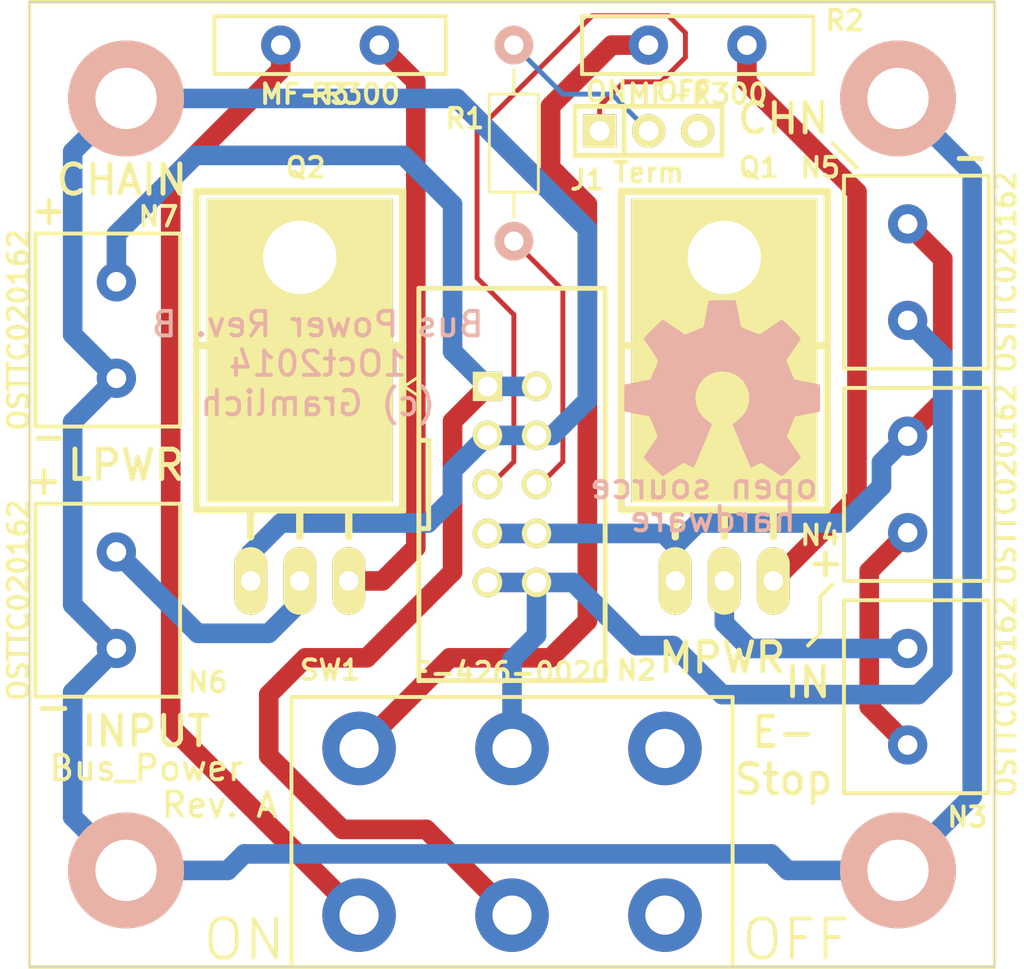
<source format=kicad_pcb>
(kicad_pcb (version 4) (host pcbnew "(2014-jul-16 BZR unknown)-product")

  (general
    (links 28)
    (no_connects 0)
    (area 93.863448 99.695 156.136552 150.3568)
    (thickness 1.6)
    (drawings 34)
    (tracks 120)
    (zones 0)
    (modules 18)
    (nets 18)
  )

  (page A4)
  (layers
    (0 F.Cu signal)
    (31 B.Cu signal)
    (32 B.Adhes user)
    (33 F.Adhes user)
    (34 B.Paste user)
    (35 F.Paste user)
    (36 B.SilkS user)
    (37 F.SilkS user)
    (38 B.Mask user)
    (39 F.Mask user)
    (40 Dwgs.User user)
    (41 Cmts.User user)
    (42 Eco1.User user)
    (43 Eco2.User user)
    (44 Edge.Cuts user)
  )

  (setup
    (last_trace_width 0.254)
    (user_trace_width 0.254)
    (user_trace_width 1.016)
    (trace_clearance 0.254)
    (zone_clearance 0.508)
    (zone_45_only no)
    (trace_min 0.254)
    (segment_width 0.2032)
    (edge_width 0.1)
    (via_size 0.889)
    (via_drill 0.635)
    (via_min_size 0.889)
    (via_min_drill 0.508)
    (uvia_size 0.508)
    (uvia_drill 0.127)
    (uvias_allowed no)
    (uvia_min_size 0.508)
    (uvia_min_drill 0.127)
    (pcb_text_width 0.3)
    (pcb_text_size 1.5 1.5)
    (mod_edge_width 0.15)
    (mod_text_size 1 1)
    (mod_text_width 0.15)
    (pad_size 1.5 1.5)
    (pad_drill 0.6)
    (pad_to_mask_clearance 0)
    (aux_axis_origin 0 0)
    (visible_elements 7FFEFFFF)
    (pcbplotparams
      (layerselection 0x010f0_80000001)
      (usegerberextensions true)
      (excludeedgelayer true)
      (linewidth 0.100000)
      (plotframeref false)
      (viasonmask false)
      (mode 1)
      (useauxorigin false)
      (hpglpennumber 1)
      (hpglpenspeed 20)
      (hpglpendiameter 15)
      (hpglpenoverlay 2)
      (psnegative false)
      (psa4output false)
      (plotreference true)
      (plotvalue false)
      (plotinvisibletext false)
      (padsonsilk false)
      (subtractmaskfromsilk false)
      (outputformat 1)
      (mirror false)
      (drillshape 0)
      (scaleselection 1)
      (outputdirectory ""))
  )

  (net 0 "")
  (net 1 /LPWR1)
  (net 2 /LPWR3)
  (net 3 /LPWR2)
  (net 4 /LPWR4)
  (net 5 /LGND)
  (net 6 "Net-(J1-Pad2)")
  (net 7 "Net-(J1-Pad3)")
  (net 8 "Net-(SW1-Pad6)")
  (net 9 "Net-(SW1-Pad3)")
  (net 10 "Net-(J1-Pad1)")
  (net 11 "Net-(N2-Pad6)")
  (net 12 /MGND)
  (net 13 /MPWR4)
  (net 14 /MPWR1)
  (net 15 /MPWR2)
  (net 16 /MPWR3)
  (net 17 /MPWR0)

  (net_class Default "This is the default net class."
    (clearance 0.254)
    (trace_width 0.254)
    (via_dia 0.889)
    (via_drill 0.635)
    (uvia_dia 0.508)
    (uvia_drill 0.127)
    (add_net "Net-(J1-Pad1)")
    (add_net "Net-(J1-Pad2)")
    (add_net "Net-(J1-Pad3)")
    (add_net "Net-(N2-Pad6)")
    (add_net "Net-(SW1-Pad3)")
    (add_net "Net-(SW1-Pad6)")
  )

  (net_class Power ""
    (clearance 0.254)
    (trace_width 1.016)
    (via_dia 0.889)
    (via_drill 0.635)
    (uvia_dia 0.508)
    (uvia_drill 0.127)
    (add_net /LGND)
    (add_net /LPWR1)
    (add_net /LPWR2)
    (add_net /LPWR3)
    (add_net /LPWR4)
    (add_net /MGND)
    (add_net /MPWR0)
    (add_net /MPWR1)
    (add_net /MPWR2)
    (add_net /MPWR3)
    (add_net /MPWR4)
  )

  (module Bus_Power:OSHW_LOGO_400mil (layer B.Cu) (tedit 0) (tstamp 542CB8D5)
    (at 135.89 120.015)
    (path /53AA4798)
    (fp_text reference G1 (at 0 -5.38734) (layer B.SilkS) hide
      (effects (font (size 0.46228 0.46228) (thickness 0.09144)) (justify mirror))
    )
    (fp_text value OSHW_LOGO (at 0 5.38734) (layer B.SilkS) hide
      (effects (font (size 0.46228 0.46228) (thickness 0.09144)) (justify mirror))
    )
    (fp_poly (pts (xy -3.07848 4.56184) (xy -3.02514 4.53644) (xy -2.90576 4.46024) (xy -2.73812 4.34848)
      (xy -2.53746 4.21386) (xy -2.3368 4.07924) (xy -2.16916 3.96748) (xy -2.05486 3.89382)
      (xy -2.0066 3.86588) (xy -1.9812 3.87604) (xy -1.88468 3.92176) (xy -1.74498 3.99542)
      (xy -1.66624 4.03606) (xy -1.5367 4.09194) (xy -1.47574 4.1021) (xy -1.46304 4.08432)
      (xy -1.41732 3.9878) (xy -1.34366 3.82016) (xy -1.24714 3.60172) (xy -1.13792 3.34264)
      (xy -1.02108 3.06578) (xy -0.9017 2.7813) (xy -0.78994 2.50952) (xy -0.69088 2.26822)
      (xy -0.61214 2.0701) (xy -0.5588 1.93294) (xy -0.53848 1.87198) (xy -0.5461 1.86182)
      (xy -0.6096 1.79832) (xy -0.72136 1.7145) (xy -0.96012 1.52146) (xy -1.19888 1.22428)
      (xy -1.34366 0.88646) (xy -1.38938 0.51308) (xy -1.34874 0.16764) (xy -1.21412 -0.1651)
      (xy -0.98044 -0.46482) (xy -0.6985 -0.68834) (xy -0.37084 -0.82804) (xy 0 -0.87376)
      (xy 0.35306 -0.83312) (xy 0.69342 -0.70104) (xy 0.99314 -0.47244) (xy 1.12014 -0.32512)
      (xy 1.2954 -0.02286) (xy 1.39446 0.30226) (xy 1.40462 0.38608) (xy 1.38938 0.74168)
      (xy 1.28524 1.08458) (xy 1.09474 1.38938) (xy 0.83312 1.64084) (xy 0.80264 1.6637)
      (xy 0.68072 1.75514) (xy 0.59944 1.8161) (xy 0.53594 1.86944) (xy 0.9906 2.96164)
      (xy 1.06172 3.1369) (xy 1.18618 3.43408) (xy 1.29794 3.69316) (xy 1.3843 3.8989)
      (xy 1.44526 4.03352) (xy 1.47066 4.0894) (xy 1.47574 4.09194) (xy 1.51384 4.09956)
      (xy 1.59766 4.06908) (xy 1.75006 3.99542) (xy 1.85166 3.94462) (xy 1.9685 3.88874)
      (xy 2.0193 3.86588) (xy 2.06248 3.89128) (xy 2.17678 3.9624) (xy 2.33934 4.07162)
      (xy 2.53492 4.2037) (xy 2.72034 4.3307) (xy 2.89052 4.445) (xy 3.01752 4.52374)
      (xy 3.07594 4.55676) (xy 3.0861 4.55676) (xy 3.13944 4.52628) (xy 3.2385 4.445)
      (xy 3.38836 4.30276) (xy 3.59918 4.09702) (xy 3.62966 4.064) (xy 3.80238 3.88874)
      (xy 3.94462 3.73888) (xy 4.0386 3.63474) (xy 4.07162 3.58648) (xy 4.07162 3.58648)
      (xy 4.04114 3.52806) (xy 3.9624 3.4036) (xy 3.8481 3.22834) (xy 3.71094 3.02514)
      (xy 3.34772 2.49936) (xy 3.54838 2.00406) (xy 3.60934 1.85166) (xy 3.68554 1.66624)
      (xy 3.74396 1.53416) (xy 3.77444 1.47828) (xy 3.82778 1.45796) (xy 3.9624 1.42494)
      (xy 4.16052 1.3843) (xy 4.3942 1.34112) (xy 4.61772 1.30048) (xy 4.82092 1.26238)
      (xy 4.96824 1.23444) (xy 5.03428 1.2192) (xy 5.04952 1.21158) (xy 5.06222 1.17856)
      (xy 5.06984 1.10998) (xy 5.07492 0.98806) (xy 5.07746 0.79502) (xy 5.07746 0.51308)
      (xy 5.07746 0.4826) (xy 5.07492 0.2159) (xy 5.07238 0.00254) (xy 5.06476 -0.13462)
      (xy 5.0546 -0.1905) (xy 5.0546 -0.1905) (xy 4.9911 -0.20574) (xy 4.84886 -0.23622)
      (xy 4.64566 -0.27686) (xy 4.40436 -0.32258) (xy 4.38912 -0.32512) (xy 4.15036 -0.37084)
      (xy 3.94716 -0.41402) (xy 3.80746 -0.44704) (xy 3.7465 -0.46482) (xy 3.73634 -0.4826)
      (xy 3.68554 -0.57404) (xy 3.61696 -0.7239) (xy 3.53822 -0.90678) (xy 3.45948 -1.09474)
      (xy 3.3909 -1.26492) (xy 3.34518 -1.39192) (xy 3.33248 -1.4478) (xy 3.33248 -1.45034)
      (xy 3.37058 -1.50876) (xy 3.45186 -1.63068) (xy 3.5687 -1.80594) (xy 3.7084 -2.00914)
      (xy 3.7211 -2.02438) (xy 3.85826 -2.22758) (xy 3.97002 -2.4003) (xy 4.04368 -2.52222)
      (xy 4.07162 -2.5781) (xy 4.07162 -2.58064) (xy 4.0259 -2.6416) (xy 3.92176 -2.7559)
      (xy 3.77444 -2.91084) (xy 3.59664 -3.09118) (xy 3.54076 -3.14706) (xy 3.34264 -3.3401)
      (xy 3.20548 -3.46456) (xy 3.11912 -3.53314) (xy 3.07848 -3.54838) (xy 3.07848 -3.54584)
      (xy 3.01752 -3.51028) (xy 2.88798 -3.42646) (xy 2.71526 -3.30708) (xy 2.50952 -3.16738)
      (xy 2.49428 -3.15722) (xy 2.29108 -3.02006) (xy 2.1209 -2.90576) (xy 2.00152 -2.82702)
      (xy 1.94818 -2.794) (xy 1.94056 -2.794) (xy 1.85674 -2.8194) (xy 1.71196 -2.8702)
      (xy 1.53416 -2.93878) (xy 1.3462 -3.01244) (xy 1.17602 -3.0861) (xy 1.04902 -3.14452)
      (xy 0.98806 -3.17754) (xy 0.98552 -3.18262) (xy 0.9652 -3.25374) (xy 0.92964 -3.40614)
      (xy 0.88646 -3.61442) (xy 0.84074 -3.86334) (xy 0.83312 -3.90398) (xy 0.7874 -4.14528)
      (xy 0.74676 -4.34594) (xy 0.71882 -4.4831) (xy 0.70612 -4.54152) (xy 0.67056 -4.54914)
      (xy 0.55118 -4.55676) (xy 0.37084 -4.56184) (xy 0.1524 -4.56438) (xy -0.0762 -4.56184)
      (xy -0.30226 -4.5593) (xy -0.49276 -4.55168) (xy -0.62992 -4.54152) (xy -0.68834 -4.53136)
      (xy -0.68834 -4.52628) (xy -0.7112 -4.45262) (xy -0.74422 -4.30022) (xy -0.7874 -4.0894)
      (xy -0.83312 -3.84048) (xy -0.84328 -3.7973) (xy -0.889 -3.556) (xy -0.92964 -3.35788)
      (xy -0.95758 -3.22072) (xy -0.97282 -3.16738) (xy -0.99568 -3.15468) (xy -1.09474 -3.1115)
      (xy -1.2573 -3.04546) (xy -1.45796 -2.96418) (xy -1.92278 -2.77622) (xy -2.49174 -3.16738)
      (xy -2.54508 -3.20294) (xy -2.75082 -3.34264) (xy -2.91846 -3.4544) (xy -3.0353 -3.5306)
      (xy -3.08356 -3.55854) (xy -3.08864 -3.556) (xy -3.14452 -3.5052) (xy -3.25882 -3.39852)
      (xy -3.41122 -3.24866) (xy -3.59156 -3.07086) (xy -3.72364 -2.93878) (xy -3.88112 -2.77876)
      (xy -3.98018 -2.66954) (xy -4.03606 -2.60096) (xy -4.05384 -2.56032) (xy -4.0513 -2.53238)
      (xy -4.0132 -2.47396) (xy -3.92938 -2.34696) (xy -3.81254 -2.17424) (xy -3.67284 -1.97358)
      (xy -3.55854 -1.80594) (xy -3.43408 -1.6129) (xy -3.35534 -1.47574) (xy -3.3274 -1.4097)
      (xy -3.33502 -1.38176) (xy -3.37312 -1.27) (xy -3.4417 -1.10236) (xy -3.52806 -0.9017)
      (xy -3.72618 -0.44958) (xy -4.02082 -0.3937) (xy -4.20116 -0.35814) (xy -4.45008 -0.30988)
      (xy -4.69138 -0.26416) (xy -5.06476 -0.1905) (xy -5.08 1.18618) (xy -5.02158 1.20904)
      (xy -4.9657 1.22428) (xy -4.826 1.25476) (xy -4.62788 1.2954) (xy -4.3942 1.33858)
      (xy -4.19608 1.37668) (xy -3.99542 1.41478) (xy -3.85064 1.44272) (xy -3.78714 1.45542)
      (xy -3.7719 1.47828) (xy -3.7211 1.5748) (xy -3.64998 1.72974) (xy -3.5687 1.91516)
      (xy -3.48996 2.1082) (xy -3.41884 2.286) (xy -3.37058 2.42062) (xy -3.35026 2.49174)
      (xy -3.3782 2.54508) (xy -3.4544 2.66192) (xy -3.56616 2.82956) (xy -3.70078 3.03022)
      (xy -3.83794 3.22834) (xy -3.95224 3.39852) (xy -4.03352 3.52298) (xy -4.06654 3.57886)
      (xy -4.0513 3.61696) (xy -3.97002 3.71348) (xy -3.82016 3.86842) (xy -3.59664 4.0894)
      (xy -3.55854 4.12496) (xy -3.38074 4.29768) (xy -3.23088 4.43484) (xy -3.12674 4.52882)
      (xy -3.07848 4.56184)) (layer B.SilkS) (width 0.00254))
  )

  (module Bus_Power:MountingHole_3mm (layer F.Cu) (tedit 53A7A920) (tstamp 542CB8D9)
    (at 105 105)
    (descr "Mounting hole, Befestigungsbohrung, 3mm, No Annular, Kein Restring,")
    (tags "Mounting hole, Befestigungsbohrung, 3mm, No Annular, Kein Restring,")
    (path /53AA33AA)
    (fp_text reference H1 (at 0 0) (layer F.SilkS)
      (effects (font (size 1.016 1.016) (thickness 0.2032)))
    )
    (fp_text value 3MM_HOLE (at 0 4.29) (layer F.SilkS) hide
      (effects (font (size 1.016 1.016) (thickness 0.2032)))
    )
    (fp_circle (center 0 0) (end 3 0) (layer Cmts.User) (width 0.381))
    (pad 1 thru_hole circle (at 0 0) (size 6 6) (drill 3.175) (layers *.Cu *.SilkS)
      (net 5 /LGND))
  )

  (module Bus_Power:MountingHole_3mm (layer F.Cu) (tedit 53A7A920) (tstamp 542CB8DE)
    (at 145 105)
    (descr "Mounting hole, Befestigungsbohrung, 3mm, No Annular, Kein Restring,")
    (tags "Mounting hole, Befestigungsbohrung, 3mm, No Annular, Kein Restring,")
    (path /53E91440)
    (fp_text reference H2 (at 0 0) (layer F.SilkS)
      (effects (font (size 1.016 1.016) (thickness 0.2032)))
    )
    (fp_text value 3MM_HOLE (at 0 4.29) (layer F.SilkS) hide
      (effects (font (size 1.016 1.016) (thickness 0.2032)))
    )
    (fp_circle (center 0 0) (end 3 0) (layer Cmts.User) (width 0.381))
    (pad 1 thru_hole circle (at 0 0) (size 6 6) (drill 3.175) (layers *.Cu *.SilkS)
      (net 5 /LGND))
  )

  (module Bus_Power:MountingHole_3mm (layer F.Cu) (tedit 53A7A920) (tstamp 542CB8E3)
    (at 105 145)
    (descr "Mounting hole, Befestigungsbohrung, 3mm, No Annular, Kein Restring,")
    (tags "Mounting hole, Befestigungsbohrung, 3mm, No Annular, Kein Restring,")
    (path /53E914C5)
    (fp_text reference H3 (at 0 0) (layer F.SilkS)
      (effects (font (size 1.016 1.016) (thickness 0.2032)))
    )
    (fp_text value 3MM_HOLE (at 0 4.29) (layer F.SilkS) hide
      (effects (font (size 1.016 1.016) (thickness 0.2032)))
    )
    (fp_circle (center 0 0) (end 3 0) (layer Cmts.User) (width 0.381))
    (pad 1 thru_hole circle (at 0 0) (size 6 6) (drill 3.175) (layers *.Cu *.SilkS)
      (net 5 /LGND))
  )

  (module Bus_Power:MountingHole_3mm (layer F.Cu) (tedit 53A7A920) (tstamp 542CB8E8)
    (at 145 145)
    (descr "Mounting hole, Befestigungsbohrung, 3mm, No Annular, Kein Restring,")
    (tags "Mounting hole, Befestigungsbohrung, 3mm, No Annular, Kein Restring,")
    (path /53E91517)
    (fp_text reference H4 (at 0 0) (layer F.SilkS)
      (effects (font (size 1.016 1.016) (thickness 0.2032)))
    )
    (fp_text value 3MM_HOLE (at 0 4.29) (layer F.SilkS) hide
      (effects (font (size 1.016 1.016) (thickness 0.2032)))
    )
    (fp_circle (center 0 0) (end 3 0) (layer Cmts.User) (width 0.381))
    (pad 1 thru_hole circle (at 0 0) (size 6 6) (drill 3.175) (layers *.Cu *.SilkS)
      (net 5 /LGND))
  )

  (module Bus_Power:Pin_Header_Straight_1x03 (layer F.Cu) (tedit 542CC3FA) (tstamp 542CB8ED)
    (at 132.08 106.68)
    (descr "1 pin")
    (tags "CONN DEV")
    (path /53E8D609)
    (fp_text reference J1 (at -3.175 2.54) (layer F.SilkS)
      (effects (font (size 1.016 1.016) (thickness 0.2032)))
    )
    (fp_text value TERMINATE_JUMPER (at -0.01 2.45) (layer F.SilkS) hide
      (effects (font (size 1.016 1.016) (thickness 0.2032)))
    )
    (fp_line (start -1.27 1.27) (end 3.81 1.27) (layer F.SilkS) (width 0.254))
    (fp_line (start 3.81 1.27) (end 3.81 -1.27) (layer F.SilkS) (width 0.254))
    (fp_line (start 3.81 -1.27) (end -1.27 -1.27) (layer F.SilkS) (width 0.254))
    (fp_line (start -3.81 -1.27) (end -1.27 -1.27) (layer F.SilkS) (width 0.254))
    (fp_line (start -1.27 -1.27) (end -1.27 1.27) (layer F.SilkS) (width 0.254))
    (fp_line (start -3.81 -1.27) (end -3.81 1.27) (layer F.SilkS) (width 0.254))
    (fp_line (start -3.81 1.27) (end -1.27 1.27) (layer F.SilkS) (width 0.254))
    (pad 1 thru_hole rect (at -2.54 0) (size 1.7272 1.7272) (drill 1.016) (layers *.Cu *.Mask F.SilkS)
      (net 10 "Net-(J1-Pad1)"))
    (pad 2 thru_hole circle (at 0 0) (size 1.7272 1.7272) (drill 1.016) (layers *.Cu *.Mask F.SilkS)
      (net 6 "Net-(J1-Pad2)"))
    (pad 3 thru_hole circle (at 2.54 0) (size 1.7272 1.7272) (drill 1.016) (layers *.Cu *.Mask F.SilkS)
      (net 7 "Net-(J1-Pad3)"))
    (model Pin_Headers/Pin_Header_Straight_1x03.wrl
      (at (xyz 0 0 0))
      (scale (xyz 1 1 1))
      (rotate (xyz 0 0 0))
    )
  )

  (module Bus_Power:Pin_Header_Straight_2x05_Shrouded (layer F.Cu) (tedit 542CC315) (tstamp 542CB8FA)
    (at 125 125 270)
    (descr "Male 2x5 Header 2.54mm pitch")
    (tags CONN)
    (path /53E91E68)
    (fp_text reference N2 (at 9.62 -6.445 540) (layer F.SilkS)
      (effects (font (size 1.016 1.016) (thickness 0.2032)))
    )
    (fp_text value BUS_MASTER_HEADER (at 0 6.5 270) (layer F.SilkS) hide
      (effects (font (size 1.016 1.016) (thickness 0.2032)))
    )
    (fp_line (start -5.08 5.588) (end -5.588 4.826) (layer F.SilkS) (width 0.15))
    (fp_line (start -5.08 5.588) (end -4.572 4.826) (layer F.SilkS) (width 0.15))
    (fp_line (start 2.286 4.826) (end 2.286 4.318) (layer F.SilkS) (width 0.254))
    (fp_line (start 2.286 4.318) (end -2.286 4.318) (layer F.SilkS) (width 0.254))
    (fp_line (start -2.286 4.318) (end -2.286 4.826) (layer F.SilkS) (width 0.254))
    (fp_line (start -10.16 -4.826) (end 10.16 -4.826) (layer F.SilkS) (width 0.254))
    (fp_line (start 10.16 -4.826) (end 10.16 4.826) (layer F.SilkS) (width 0.254))
    (fp_line (start 10.16 4.826) (end -10.16 4.826) (layer F.SilkS) (width 0.254))
    (fp_line (start -10.16 4.826) (end -10.16 -4.826) (layer F.SilkS) (width 0.254))
    (pad 1 thru_hole rect (at -5.08 1.27 270) (size 1.524 1.524) (drill 1.016) (layers *.Cu *.Mask F.SilkS)
      (net 4 /LPWR4))
    (pad 2 thru_hole circle (at -5.08 -1.27 270) (size 1.524 1.524) (drill 1.016) (layers *.Cu *.Mask F.SilkS)
      (net 4 /LPWR4))
    (pad 3 thru_hole circle (at -2.54 1.27 270) (size 1.524 1.524) (drill 1.016) (layers *.Cu *.Mask F.SilkS)
      (net 5 /LGND))
    (pad 4 thru_hole circle (at -2.54 -1.27 270) (size 1.524 1.524) (drill 1.016) (layers *.Cu *.Mask F.SilkS)
      (net 5 /LGND))
    (pad 5 thru_hole circle (at 0 1.27 270) (size 1.524 1.524) (drill 1.016) (layers *.Cu *.Mask F.SilkS)
      (net 10 "Net-(J1-Pad1)"))
    (pad 6 thru_hole circle (at 0 -1.27 270) (size 1.524 1.524) (drill 1.016) (layers *.Cu *.Mask F.SilkS)
      (net 11 "Net-(N2-Pad6)"))
    (pad 7 thru_hole circle (at 2.54 1.27 270) (size 1.524 1.524) (drill 1.016) (layers *.Cu *.Mask F.SilkS)
      (net 12 /MGND))
    (pad 8 thru_hole circle (at 2.54 -1.27 270) (size 1.524 1.524) (drill 1.016) (layers *.Cu *.Mask F.SilkS)
      (net 12 /MGND))
    (pad 9 thru_hole circle (at 5.08 1.27 270) (size 1.524 1.524) (drill 1.016) (layers *.Cu *.Mask F.SilkS)
      (net 13 /MPWR4))
    (pad 10 thru_hole circle (at 5.08 -1.27 270) (size 1.524 1.524) (drill 1.016) (layers *.Cu *.Mask F.SilkS)
      (net 13 /MPWR4))
    (model pin_array/pins_array_5x2.wrl
      (at (xyz 0 0 0))
      (scale (xyz 1 1 1))
      (rotate (xyz 0 0 0))
    )
  )

  (module Bus_Power:5MM_TERMINAL_BLOCK_2_POS (layer F.Cu) (tedit 542CC242) (tstamp 542CB910)
    (at 145.5 136 270)
    (path /53B7CA66)
    (fp_text reference N3 (at 6.24 -3.09 360) (layer F.SilkS)
      (effects (font (size 1.016 1.016) (thickness 0.2032)))
    )
    (fp_text value OSTTC020162 (at 0 -5.08 270) (layer F.SilkS)
      (effects (font (size 1.016 1.016) (thickness 0.2032)))
    )
    (fp_line (start -5 -4.2) (end -5 3.3) (layer F.SilkS) (width 0.2032))
    (fp_line (start -5 3.3) (end 5 3.3) (layer F.SilkS) (width 0.2032))
    (fp_line (start 5 3.3) (end 5 -4.2) (layer F.SilkS) (width 0.2032))
    (fp_line (start 5 -4.2) (end -5 -4.2) (layer F.SilkS) (width 0.2032))
    (pad 1 thru_hole circle (at -2.5 0 270) (size 2.032 2.032) (drill 1.016) (layers *.Cu *.Mask)
      (net 14 /MPWR1))
    (pad 2 thru_hole circle (at 2.5 0 270) (size 2.032 2.032) (drill 1.016) (layers *.Cu *.Mask)
      (net 17 /MPWR0))
  )

  (module Bus_Power:5MM_TERMINAL_BLOCK_2_POS (layer F.Cu) (tedit 542CC24C) (tstamp 542CB919)
    (at 145.5 125 270)
    (path /53B61F22)
    (fp_text reference N4 (at 2.635 4.53 360) (layer F.SilkS)
      (effects (font (size 1.016 1.016) (thickness 0.2032)))
    )
    (fp_text value OSTTC020162 (at 0 -5.08 270) (layer F.SilkS)
      (effects (font (size 1.016 1.016) (thickness 0.2032)))
    )
    (fp_line (start -5 -4.2) (end -5 3.3) (layer F.SilkS) (width 0.2032))
    (fp_line (start -5 3.3) (end 5 3.3) (layer F.SilkS) (width 0.2032))
    (fp_line (start 5 3.3) (end 5 -4.2) (layer F.SilkS) (width 0.2032))
    (fp_line (start 5 -4.2) (end -5 -4.2) (layer F.SilkS) (width 0.2032))
    (pad 1 thru_hole circle (at -2.5 0 270) (size 2.032 2.032) (drill 1.016) (layers *.Cu *.Mask)
      (net 12 /MGND))
    (pad 2 thru_hole circle (at 2.5 0 270) (size 2.032 2.032) (drill 1.016) (layers *.Cu *.Mask)
      (net 17 /MPWR0))
  )

  (module Bus_Power:5MM_TERMINAL_BLOCK_2_POS (layer F.Cu) (tedit 542CC25B) (tstamp 542CB922)
    (at 145.5 114 270)
    (path /53B63175)
    (fp_text reference N5 (at -5.415 4.53 360) (layer F.SilkS)
      (effects (font (size 1.016 1.016) (thickness 0.2032)))
    )
    (fp_text value OSTTC020162 (at 0 -5.08 270) (layer F.SilkS)
      (effects (font (size 1.016 1.016) (thickness 0.2032)))
    )
    (fp_line (start -5 -4.2) (end -5 3.3) (layer F.SilkS) (width 0.2032))
    (fp_line (start -5 3.3) (end 5 3.3) (layer F.SilkS) (width 0.2032))
    (fp_line (start 5 3.3) (end 5 -4.2) (layer F.SilkS) (width 0.2032))
    (fp_line (start 5 -4.2) (end -5 -4.2) (layer F.SilkS) (width 0.2032))
    (pad 1 thru_hole circle (at -2.5 0 270) (size 2.032 2.032) (drill 1.016) (layers *.Cu *.Mask)
      (net 12 /MGND))
    (pad 2 thru_hole circle (at 2.5 0 270) (size 2.032 2.032) (drill 1.016) (layers *.Cu *.Mask)
      (net 13 /MPWR4))
  )

  (module Bus_Power:5MM_TERMINAL_BLOCK_2_POS (layer F.Cu) (tedit 542CC167) (tstamp 542CB92B)
    (at 104.5 131 90)
    (path /53B64AE0)
    (fp_text reference N6 (at -4.255 4.72 180) (layer F.SilkS)
      (effects (font (size 1.016 1.016) (thickness 0.2032)))
    )
    (fp_text value OSTTC020162 (at 0 -5.08 90) (layer F.SilkS)
      (effects (font (size 1.016 1.016) (thickness 0.2032)))
    )
    (fp_line (start -5 -4.2) (end -5 3.3) (layer F.SilkS) (width 0.2032))
    (fp_line (start -5 3.3) (end 5 3.3) (layer F.SilkS) (width 0.2032))
    (fp_line (start 5 3.3) (end 5 -4.2) (layer F.SilkS) (width 0.2032))
    (fp_line (start 5 -4.2) (end -5 -4.2) (layer F.SilkS) (width 0.2032))
    (pad 1 thru_hole circle (at -2.5 0 90) (size 2.032 2.032) (drill 1.016) (layers *.Cu *.Mask)
      (net 5 /LGND))
    (pad 2 thru_hole circle (at 2.5 0 90) (size 2.032 2.032) (drill 1.016) (layers *.Cu *.Mask)
      (net 1 /LPWR1))
  )

  (module Bus_Power:5MM_TERMINAL_BLOCK_2_POS (layer F.Cu) (tedit 542CC122) (tstamp 542CB934)
    (at 104.5 117 90)
    (path /53B64AE6)
    (fp_text reference N7 (at 5.875 2.18 180) (layer F.SilkS)
      (effects (font (size 1.016 1.016) (thickness 0.2032)))
    )
    (fp_text value OSTTC020162 (at 0 -5.08 90) (layer F.SilkS)
      (effects (font (size 1.016 1.016) (thickness 0.2032)))
    )
    (fp_line (start -5 -4.2) (end -5 3.3) (layer F.SilkS) (width 0.2032))
    (fp_line (start -5 3.3) (end 5 3.3) (layer F.SilkS) (width 0.2032))
    (fp_line (start 5 3.3) (end 5 -4.2) (layer F.SilkS) (width 0.2032))
    (fp_line (start 5 -4.2) (end -5 -4.2) (layer F.SilkS) (width 0.2032))
    (pad 1 thru_hole circle (at -2.5 0 90) (size 2.032 2.032) (drill 1.016) (layers *.Cu *.Mask)
      (net 5 /LGND))
    (pad 2 thru_hole circle (at 2.5 0 90) (size 2.032 2.032) (drill 1.016) (layers *.Cu *.Mask)
      (net 4 /LPWR4))
  )

  (module Bus_Power:TO-220_FET-GDS_Horizontal_LargePads (layer F.Cu) (tedit 542CC3DE) (tstamp 542CB93D)
    (at 136 130)
    (descr "TO-220, FET-GDS, Horizontal, Large Pads,")
    (tags "TO-220, FET-GDS, Horizontal, Large Pads,")
    (path /53B62FC0)
    (fp_text reference Q1 (at 1.795 -21.415) (layer F.SilkS)
      (effects (font (size 1.016 1.016) (thickness 0.2032)))
    )
    (fp_text value FQP47P06 (at 0 3.175) (layer F.SilkS) hide
      (effects (font (size 1.016 1.016) (thickness 0.2032)))
    )
    (fp_text user G (at -2.54 -5.08) (layer F.SilkS)
      (effects (font (size 1.00076 1.00076) (thickness 0.25146)))
    )
    (fp_text user S (at 2.54 -5.08) (layer F.SilkS)
      (effects (font (size 1.00076 1.00076) (thickness 0.25146)))
    )
    (fp_text user D (at 0 -5.08) (layer F.SilkS)
      (effects (font (size 1.00076 1.00076) (thickness 0.25146)))
    )
    (fp_line (start -2.54 -3.683) (end -2.54 -2.286) (layer F.SilkS) (width 0.381))
    (fp_line (start 0 -3.683) (end 0 -2.286) (layer F.SilkS) (width 0.381))
    (fp_line (start 2.54 -3.683) (end 2.54 -2.286) (layer F.SilkS) (width 0.381))
    (fp_circle (center 0 -16.764) (end 1.778 -14.986) (layer F.SilkS) (width 0.381))
    (fp_line (start 5.334 -12.192) (end 5.334 -20.193) (layer F.SilkS) (width 0.381))
    (fp_line (start 5.334 -20.193) (end -5.334 -20.193) (layer F.SilkS) (width 0.381))
    (fp_line (start -5.334 -20.193) (end -5.334 -12.192) (layer F.SilkS) (width 0.381))
    (fp_line (start 5.334 -3.683) (end 5.334 -12.192) (layer F.SilkS) (width 0.381))
    (fp_line (start 5.334 -12.192) (end -5.334 -12.192) (layer F.SilkS) (width 0.381))
    (fp_line (start -5.334 -12.192) (end -5.334 -3.683) (layer F.SilkS) (width 0.381))
    (fp_line (start 0 -3.683) (end -5.334 -3.683) (layer F.SilkS) (width 0.381))
    (fp_line (start 0 -3.683) (end 5.334 -3.683) (layer F.SilkS) (width 0.381))
    (pad D thru_hole oval (at 0 0 90) (size 3.50012 1.69926) (drill 1.00076) (layers *.Cu *.Mask F.SilkS)
      (net 14 /MPWR1))
    (pad G thru_hole oval (at -2.54 0 90) (size 3.50012 1.69926) (drill 1.00076) (layers *.Cu *.Mask F.SilkS)
      (net 12 /MGND))
    (pad S thru_hole oval (at 2.54 0 90) (size 3.50012 1.69926) (drill 1.00076) (layers *.Cu *.Mask F.SilkS)
      (net 15 /MPWR2))
    (pad 2 thru_hole rect (at 0 -16.764 90) (size 15.748 9.652) (drill 3.79984 (offset -4.826 0)) (layers *.Cu F.SilkS F.Mask))
    (model Transistor_TO-220_Wings3d_RevB_03Sep2012/TO220-vert_RevB_Faktor03937_03Sep2012.wrl
      (at (xyz 0 0 0))
      (scale (xyz 0.3937 0.3937 0.3937))
      (rotate (xyz 0 0 0))
    )
  )

  (module Bus_Power:TO-220_FET-GDS_Horizontal_LargePads (layer F.Cu) (tedit 542CC494) (tstamp 542CBB0A)
    (at 114 130)
    (descr "TO-220, FET-GDS, Horizontal, Large Pads,")
    (tags "TO-220, FET-GDS, Horizontal, Large Pads,")
    (path /53B6538A)
    (fp_text reference Q2 (at 0.3 -21.415) (layer F.SilkS)
      (effects (font (size 1.016 1.016) (thickness 0.2032)))
    )
    (fp_text value FQP47P06 (at 0 3.175) (layer F.SilkS) hide
      (effects (font (size 1.016 1.016) (thickness 0.2032)))
    )
    (fp_text user G (at -2.54 -5.08) (layer F.SilkS)
      (effects (font (size 1.00076 1.00076) (thickness 0.25146)))
    )
    (fp_text user S (at 2.54 -5.08) (layer F.SilkS)
      (effects (font (size 1.00076 1.00076) (thickness 0.25146)))
    )
    (fp_text user D (at 0 -5.08) (layer F.SilkS)
      (effects (font (size 1.00076 1.00076) (thickness 0.25146)))
    )
    (fp_line (start -2.54 -3.683) (end -2.54 -2.286) (layer F.SilkS) (width 0.381))
    (fp_line (start 0 -3.683) (end 0 -2.286) (layer F.SilkS) (width 0.381))
    (fp_line (start 2.54 -3.683) (end 2.54 -2.286) (layer F.SilkS) (width 0.381))
    (fp_circle (center 0 -16.764) (end 1.778 -14.986) (layer F.SilkS) (width 0.381))
    (fp_line (start 5.334 -12.192) (end 5.334 -20.193) (layer F.SilkS) (width 0.381))
    (fp_line (start 5.334 -20.193) (end -5.334 -20.193) (layer F.SilkS) (width 0.381))
    (fp_line (start -5.334 -20.193) (end -5.334 -12.192) (layer F.SilkS) (width 0.381))
    (fp_line (start 5.334 -3.683) (end 5.334 -12.192) (layer F.SilkS) (width 0.381))
    (fp_line (start 5.334 -12.192) (end -5.334 -12.192) (layer F.SilkS) (width 0.381))
    (fp_line (start -5.334 -12.192) (end -5.334 -3.683) (layer F.SilkS) (width 0.381))
    (fp_line (start 0 -3.683) (end -5.334 -3.683) (layer F.SilkS) (width 0.381))
    (fp_line (start 0 -3.683) (end 5.334 -3.683) (layer F.SilkS) (width 0.381))
    (pad D thru_hole oval (at 0 0 90) (size 3.50012 1.69926) (drill 1.00076) (layers *.Cu *.Mask F.SilkS)
      (net 1 /LPWR1))
    (pad G thru_hole oval (at -2.54 0 90) (size 3.50012 1.69926) (drill 1.00076) (layers *.Cu *.Mask F.SilkS)
      (net 5 /LGND))
    (pad S thru_hole oval (at 2.54 0 90) (size 3.50012 1.69926) (drill 1.00076) (layers *.Cu *.Mask F.SilkS)
      (net 3 /LPWR2))
    (pad 2 thru_hole rect (at 0 -16.764 90) (size 15.748 9.652) (drill 3.79984 (offset -4.826 0)) (layers *.Cu F.SilkS F.Mask))
    (model Transistor_TO-220_Wings3d_RevB_03Sep2012/TO220-vert_RevB_Faktor03937_03Sep2012.wrl
      (at (xyz 0 0 0))
      (scale (xyz 0.3937 0.3937 0.3937))
      (rotate (xyz 0 0 0))
    )
  )

  (module Bus_Power:Resistor_Horizontal_400 (layer F.Cu) (tedit 542CC489) (tstamp 542CB969)
    (at 125.095 107.315 270)
    (descr "Resistor, Axial,  RM 10mm, 1/3W,")
    (tags "Resistor, Axial, RM 10mm, 1/3W,")
    (path /53E8E9A7)
    (fp_text reference R1 (at -1.27 2.54 360) (layer F.SilkS)
      (effects (font (size 1.016 1.016) (thickness 0.2032)))
    )
    (fp_text value "120 1%" (at -0.02 2.47 270) (layer F.SilkS) hide
      (effects (font (size 1.016 1.016) (thickness 0.2032)))
    )
    (fp_line (start 2.54 0) (end 3.81 0) (layer F.SilkS) (width 0.15))
    (fp_line (start -2.54 0) (end -3.81 0) (layer F.SilkS) (width 0.15))
    (fp_line (start -2.54 -1.27) (end -2.54 1.27) (layer F.SilkS) (width 0.15))
    (fp_line (start -2.54 1.27) (end 2.54 1.27) (layer F.SilkS) (width 0.15))
    (fp_line (start 2.54 1.27) (end 2.54 -1.27) (layer F.SilkS) (width 0.15))
    (fp_line (start 2.54 -1.27) (end -2.54 -1.27) (layer F.SilkS) (width 0.15))
    (pad 1 thru_hole circle (at -5.08 0 270) (size 1.99898 1.99898) (drill 1.00076) (layers *.Cu *.SilkS *.Mask)
      (net 6 "Net-(J1-Pad2)"))
    (pad 2 thru_hole circle (at 5.08 0 270) (size 1.99898 1.99898) (drill 1.00076) (layers *.Cu *.SilkS *.Mask)
      (net 11 "Net-(N2-Pad6)"))
  )

  (module Bus_Power:MF_R300 (layer F.Cu) (tedit 542CC3F1) (tstamp 542CB974)
    (at 134.62 102.235 180)
    (path /53B63849)
    (fp_text reference R2 (at -7.62 1.27 180) (layer F.SilkS)
      (effects (font (size 1.016 1.016) (thickness 0.2032)))
    )
    (fp_text value MF-R300 (at 0 -2.54 180) (layer F.SilkS)
      (effects (font (size 1.016 1.016) (thickness 0.2032)))
    )
    (fp_line (start -5.9944 1.4986) (end 5.9944 1.4986) (layer F.SilkS) (width 0.2032))
    (fp_line (start 5.9944 1.4986) (end 5.9944 -1.4986) (layer F.SilkS) (width 0.2032))
    (fp_line (start 5.9944 -1.4986) (end -5.9944 -1.4986) (layer F.SilkS) (width 0.2032))
    (fp_line (start -5.9944 -1.4986) (end -5.9944 1.4986) (layer F.SilkS) (width 0.2032))
    (pad 1 thru_hole circle (at -2.5527 0 180) (size 2.032 2.032) (drill 1.016) (layers *.Cu *.Mask)
      (net 15 /MPWR2))
    (pad 2 thru_hole circle (at 2.5527 0 180) (size 2.032 2.032) (drill 1.016) (layers *.Cu *.Mask)
      (net 16 /MPWR3))
  )

  (module Bus_Power:MF_R300 (layer F.Cu) (tedit 542CC3EA) (tstamp 542CB97D)
    (at 115.57 102.235 180)
    (path /53B7AD27)
    (fp_text reference R3 (at 0 -2.54 180) (layer F.SilkS)
      (effects (font (size 1.016 1.016) (thickness 0.2032)))
    )
    (fp_text value MF-R300 (at 0 -2.54 180) (layer F.SilkS)
      (effects (font (size 1.016 1.016) (thickness 0.2032)))
    )
    (fp_line (start -5.9944 1.4986) (end 5.9944 1.4986) (layer F.SilkS) (width 0.2032))
    (fp_line (start 5.9944 1.4986) (end 5.9944 -1.4986) (layer F.SilkS) (width 0.2032))
    (fp_line (start 5.9944 -1.4986) (end -5.9944 -1.4986) (layer F.SilkS) (width 0.2032))
    (fp_line (start -5.9944 -1.4986) (end -5.9944 1.4986) (layer F.SilkS) (width 0.2032))
    (pad 1 thru_hole circle (at -2.5527 0 180) (size 2.032 2.032) (drill 1.016) (layers *.Cu *.Mask)
      (net 3 /LPWR2))
    (pad 2 thru_hole circle (at 2.5527 0 180) (size 2.032 2.032) (drill 1.016) (layers *.Cu *.Mask)
      (net 2 /LPWR3))
  )

  (module Bus_Power:GF_426_0020 (layer F.Cu) (tedit 542CC174) (tstamp 542CB986)
    (at 125 143)
    (path /53B6452D)
    (fp_text reference SW1 (at -9.43 -8.38) (layer F.SilkS)
      (effects (font (size 1.016 1.016) (thickness 0.2032)))
    )
    (fp_text value F-426-0020 (at 0 -8.255) (layer F.SilkS)
      (effects (font (size 1.016 1.016) (thickness 0.2032)))
    )
    (fp_line (start -11.43 -6.985) (end -11.43 6.985) (layer F.SilkS) (width 0.2032))
    (fp_line (start -11.43 6.985) (end 11.43 6.985) (layer F.SilkS) (width 0.2032))
    (fp_line (start 11.43 6.985) (end 11.43 -6.985) (layer F.SilkS) (width 0.2032))
    (fp_line (start 11.43 -6.985) (end -11.43 -6.985) (layer F.SilkS) (width 0.2032))
    (pad 5 thru_hole circle (at 0 4.318) (size 3.81 3.81) (drill 2.032) (layers *.Cu *.Mask)
      (net 4 /LPWR4))
    (pad 2 thru_hole circle (at 0 -4.318) (size 3.81 3.81) (drill 2.032) (layers *.Cu *.Mask)
      (net 13 /MPWR4))
    (pad 6 thru_hole circle (at 7.9248 4.318) (size 3.81 3.81) (drill 2.032) (layers *.Cu *.Mask)
      (net 8 "Net-(SW1-Pad6)"))
    (pad 1 thru_hole circle (at -7.9248 -4.318) (size 3.81 3.81) (drill 2.032) (layers *.Cu *.Mask)
      (net 16 /MPWR3))
    (pad 3 thru_hole circle (at 7.9248 -4.318) (size 3.81 3.81) (drill 2.032) (layers *.Cu *.Mask)
      (net 9 "Net-(SW1-Pad3)"))
    (pad 4 thru_hole circle (at -7.9248 4.318) (size 3.81 3.81) (drill 2.032) (layers *.Cu *.Mask)
      (net 2 /LPWR3))
  )

  (gr_line (start 141.605 107.315) (end 142.875 108.585) (angle 90) (layer F.SilkS) (width 0.2032))
  (gr_line (start 140.97 132.715) (end 140.335 133.35) (angle 90) (layer F.SilkS) (width 0.2032))
  (gr_line (start 140.97 130.81) (end 140.97 132.715) (angle 90) (layer F.SilkS) (width 0.2032))
  (gr_line (start 141.605 130.175) (end 140.97 130.81) (angle 90) (layer F.SilkS) (width 0.2032))
  (gr_text CHN (at 139.065 106.045) (layer F.SilkS)
    (effects (font (thickness 0.254)))
  )
  (gr_text IN (at 140.335 135.255) (layer F.SilkS)
    (effects (font (thickness 0.254)))
  )
  (gr_text CHAIN (at 104.775 109.22) (layer F.SilkS)
    (effects (font (thickness 0.254)))
  )
  (gr_text INPUT (at 106.045 137.795) (layer F.SilkS)
    (effects (font (thickness 0.254)))
  )
  (gr_line (start 100 150) (end 100 100) (angle 90) (layer F.SilkS) (width 0.2032))
  (gr_line (start 150 150) (end 100 150) (angle 90) (layer F.SilkS) (width 0.2032))
  (gr_line (start 150 100) (end 150 150) (angle 90) (layer F.SilkS) (width 0.2032))
  (gr_line (start 100 100) (end 150 100) (angle 90) (layer F.SilkS) (width 0.2032))
  (gr_text Term (at 132.08 108.839) (layer F.SilkS)
    (effects (font (size 1.016 1.016) (thickness 0.2032)))
  )
  (gr_text "ON  OFF" (at 132.08 104.648) (layer F.SilkS)
    (effects (font (size 1.016 1.016) (thickness 0.2032)))
  )
  (gr_line (start 150 100) (end 150 150) (angle 90) (layer Edge.Cuts) (width 0.1))
  (gr_line (start 100 150) (end 150 150) (angle 90) (layer Edge.Cuts) (width 0.1))
  (gr_line (start 100 100) (end 100 150) (angle 90) (layer Edge.Cuts) (width 0.1))
  (gr_text "Bus Power Rev. B\n1Oct2014\n(c) Gramlich" (at 114.935 118.745) (layer B.SilkS)
    (effects (font (size 1.27 1.27) (thickness 0.2032)) (justify mirror))
  )
  (gr_line (start 100 100) (end 150 100) (angle 90) (layer Edge.Cuts) (width 0.1))
  (gr_text MPWR (at 135.89 133.985) (layer F.SilkS)
    (effects (font (thickness 0.254)))
  )
  (gr_text LPWR (at 105 124) (layer F.SilkS)
    (effects (font (thickness 0.254)))
  )
  (gr_text "E-\nStop" (at 139.065 139.065) (layer F.SilkS)
    (effects (font (thickness 0.254)))
  )
  (gr_text - (at 148.75 108) (layer F.SilkS)
    (effects (font (thickness 0.254)) (justify mirror))
  )
  (gr_text + (at 141.25 129) (layer F.SilkS)
    (effects (font (thickness 0.254)) (justify mirror))
  )
  (gr_text - (at 101.25 136.5) (layer F.SilkS)
    (effects (font (thickness 0.254)) (justify mirror))
  )
  (gr_text + (at 100.75 124.75) (layer F.SilkS)
    (effects (font (thickness 0.254)) (justify mirror))
  )
  (gr_text + (at 101 110.75) (layer F.SilkS)
    (effects (font (thickness 0.254)) (justify mirror))
  )
  (gr_text - (at 101 122.5) (layer F.SilkS)
    (effects (font (thickness 0.254)) (justify mirror))
  )
  (gr_text "Rev. A" (at 109.855 141.605) (layer F.SilkS)
    (effects (font (size 1.27 1.27) (thickness 0.2032)))
  )
  (gr_text OFF (at 139.7 148.59) (layer F.SilkS)
    (effects (font (size 2.032 2.032) (thickness 0.2032)))
  )
  (gr_text ON (at 111.125 148.59) (layer F.SilkS)
    (effects (font (size 2.032 2.032) (thickness 0.2032)))
  )
  (gr_text hardware (at 139.827 126.80188) (layer B.SilkS)
    (effects (font (size 1.27 1.27) (thickness 0.2032)) (justify left mirror))
  )
  (gr_text "open source" (at 140.97 125.095) (layer B.SilkS)
    (effects (font (size 1.27 1.27) (thickness 0.2032)) (justify left mirror))
  )
  (gr_text Bus_Power (at 106.045 139.7) (layer F.SilkS)
    (effects (font (size 1.27 1.27) (thickness 0.2032)))
  )

  (segment (start 114 130) (end 114 131.11) (width 1.016) (layer B.Cu) (net 1))
  (segment (start 114 131.11) (end 112.395 132.715) (width 1.016) (layer B.Cu) (net 1) (tstamp 542CBF11))
  (segment (start 108.715 132.715) (end 104.5 128.5) (width 1.016) (layer B.Cu) (net 1) (tstamp 542CBF1B))
  (segment (start 112.395 132.715) (end 108.715 132.715) (width 1.016) (layer B.Cu) (net 1) (tstamp 542CBF14))
  (segment (start 117.0752 147.318) (end 107.315 137.5578) (width 1.016) (layer F.Cu) (net 2))
  (segment (start 113.0173 103.5177) (end 113.0173 102.235) (width 1.016) (layer F.Cu) (net 2) (tstamp 542CBE9B))
  (segment (start 107.315 109.22) (end 113.0173 103.5177) (width 1.016) (layer F.Cu) (net 2) (tstamp 542CBE94))
  (segment (start 107.315 137.5578) (end 107.315 109.22) (width 1.016) (layer F.Cu) (net 2) (tstamp 542CBE8C))
  (segment (start 116.54 130) (end 118.285 130) (width 1.016) (layer F.Cu) (net 3))
  (segment (start 120.015 104.1273) (end 118.1227 102.235) (width 1.016) (layer F.Cu) (net 3) (tstamp 542CBEB1))
  (segment (start 120.015 128.27) (end 120.015 104.1273) (width 1.016) (layer F.Cu) (net 3) (tstamp 542CBEAF))
  (segment (start 118.285 130) (end 120.015 128.27) (width 1.016) (layer F.Cu) (net 3) (tstamp 542CBEAD))
  (segment (start 126.27 119.92) (end 123.73 119.92) (width 1.016) (layer B.Cu) (net 4))
  (segment (start 123.73 119.92) (end 121.92 121.73) (width 1.016) (layer F.Cu) (net 4))
  (segment (start 120.557 142.875) (end 125 147.318) (width 1.016) (layer F.Cu) (net 4) (tstamp 542CBEDF))
  (segment (start 116.205 142.875) (end 120.557 142.875) (width 1.016) (layer F.Cu) (net 4) (tstamp 542CBEDE))
  (segment (start 112.395 139.065) (end 116.205 142.875) (width 1.016) (layer F.Cu) (net 4) (tstamp 542CBEDC))
  (segment (start 112.395 135.89) (end 112.395 139.065) (width 1.016) (layer F.Cu) (net 4) (tstamp 542CBEDB))
  (segment (start 114.3 133.985) (end 112.395 135.89) (width 1.016) (layer F.Cu) (net 4) (tstamp 542CBEDA))
  (segment (start 117.475 133.985) (end 114.3 133.985) (width 1.016) (layer F.Cu) (net 4) (tstamp 542CBED5))
  (segment (start 121.92 129.54) (end 117.475 133.985) (width 1.016) (layer F.Cu) (net 4) (tstamp 542CBED3))
  (segment (start 121.92 121.73) (end 121.92 129.54) (width 1.016) (layer F.Cu) (net 4) (tstamp 542CBED0))
  (segment (start 104.5 114.5) (end 104.5 112.035) (width 1.016) (layer B.Cu) (net 4))
  (segment (start 121.92 118.11) (end 123.73 119.92) (width 1.016) (layer B.Cu) (net 4) (tstamp 542CBCF6))
  (segment (start 121.92 110.49) (end 121.92 118.11) (width 1.016) (layer B.Cu) (net 4) (tstamp 542CBCF4))
  (segment (start 104.5 112.035) (end 108.585 107.95) (width 1.016) (layer B.Cu) (net 4) (tstamp 542CBCED))
  (segment (start 119.38 107.95) (end 121.92 110.49) (width 1.016) (layer B.Cu) (net 4) (tstamp 542CBCF2))
  (segment (start 108.585 107.95) (end 119.38 107.95) (width 1.016) (layer B.Cu) (net 4) (tstamp 542CBCF0))
  (segment (start 111.46 130) (end 111.46 128.57) (width 1.016) (layer B.Cu) (net 5))
  (segment (start 111.46 128.57) (end 113.03 127) (width 1.016) (layer B.Cu) (net 5) (tstamp 542CBF2A))
  (segment (start 113.03 127) (end 120.65 127) (width 1.016) (layer B.Cu) (net 5) (tstamp 542CBF2B))
  (segment (start 120.65 127) (end 121.92 125.73) (width 1.016) (layer B.Cu) (net 5) (tstamp 542CBF2D))
  (segment (start 121.92 125.73) (end 121.92 124.27) (width 1.016) (layer B.Cu) (net 5) (tstamp 542CBF2E))
  (segment (start 121.92 124.27) (end 123.73 122.46) (width 1.016) (layer B.Cu) (net 5) (tstamp 542CBF2F))
  (segment (start 105 105) (end 122.145 105) (width 1.016) (layer B.Cu) (net 5))
  (segment (start 127.095 122.46) (end 126.27 122.46) (width 1.016) (layer B.Cu) (net 5) (tstamp 542CBDC4))
  (segment (start 128.905 120.65) (end 127.095 122.46) (width 1.016) (layer B.Cu) (net 5) (tstamp 542CBDC3))
  (segment (start 128.905 111.76) (end 128.905 120.65) (width 1.016) (layer B.Cu) (net 5) (tstamp 542CBDC0))
  (segment (start 122.145 105) (end 128.905 111.76) (width 1.016) (layer B.Cu) (net 5) (tstamp 542CBDBA))
  (segment (start 126.27 122.46) (end 123.73 122.46) (width 1.016) (layer B.Cu) (net 5))
  (segment (start 145 145) (end 148.844 141.156) (width 1.016) (layer B.Cu) (net 5))
  (segment (start 148.844 108.844) (end 145 105) (width 1.016) (layer B.Cu) (net 5) (tstamp 542CBC92))
  (segment (start 148.844 141.156) (end 148.844 108.844) (width 1.016) (layer B.Cu) (net 5) (tstamp 542CBC8E))
  (segment (start 104.5 119.5) (end 102.235 117.235) (width 1.016) (layer B.Cu) (net 5))
  (segment (start 102.235 107.765) (end 105 105) (width 1.016) (layer B.Cu) (net 5) (tstamp 542CBBF4))
  (segment (start 102.235 117.235) (end 102.235 107.765) (width 1.016) (layer B.Cu) (net 5) (tstamp 542CBBF3))
  (segment (start 104.5 133.5) (end 102.235 131.235) (width 1.016) (layer B.Cu) (net 5))
  (segment (start 102.235 121.765) (end 104.5 119.5) (width 1.016) (layer B.Cu) (net 5) (tstamp 542CBBEE))
  (segment (start 102.235 131.235) (end 102.235 121.765) (width 1.016) (layer B.Cu) (net 5) (tstamp 542CBBED))
  (segment (start 105 145) (end 102.235 142.235) (width 1.016) (layer B.Cu) (net 5))
  (segment (start 102.235 135.765) (end 104.5 133.5) (width 1.016) (layer B.Cu) (net 5) (tstamp 542CBBDA))
  (segment (start 102.235 142.235) (end 102.235 135.765) (width 1.016) (layer B.Cu) (net 5) (tstamp 542CBBD0))
  (segment (start 105 145) (end 110.27 145) (width 1.016) (layer B.Cu) (net 5))
  (segment (start 139.285 145) (end 145 145) (width 1.016) (layer B.Cu) (net 5) (tstamp 542CBA6C))
  (segment (start 138.43 144.145) (end 139.285 145) (width 1.016) (layer B.Cu) (net 5) (tstamp 542CBA69))
  (segment (start 111.125 144.145) (end 138.43 144.145) (width 1.016) (layer B.Cu) (net 5) (tstamp 542CBA67))
  (segment (start 110.27 145) (end 111.125 144.145) (width 1.016) (layer B.Cu) (net 5) (tstamp 542CBA64))
  (segment (start 105 145) (end 105 142.5) (width 1.016) (layer F.Cu) (net 5))
  (segment (start 125.095 102.235) (end 127.635 104.775) (width 0.254) (layer B.Cu) (net 6))
  (segment (start 130.175 104.775) (end 132.08 106.68) (width 0.254) (layer B.Cu) (net 6) (tstamp 542CC3B9))
  (segment (start 127.635 104.775) (end 130.175 104.775) (width 0.254) (layer B.Cu) (net 6) (tstamp 542CC3B4))
  (segment (start 133.985 101.6) (end 133.985 102.87) (width 0.254) (layer F.Cu) (net 10))
  (segment (start 133.096 100.711) (end 133.985 101.6) (width 0.254) (layer F.Cu) (net 10) (tstamp 542CBF5D))
  (segment (start 129.159 100.711) (end 133.096 100.711) (width 0.254) (layer F.Cu) (net 10) (tstamp 542CBF58))
  (segment (start 123.19 106.68) (end 129.159 100.711) (width 0.254) (layer F.Cu) (net 10) (tstamp 542CBF56))
  (segment (start 123.19 114.3) (end 123.19 106.68) (width 0.254) (layer F.Cu) (net 10) (tstamp 542CBF53))
  (segment (start 125.095 116.205) (end 123.19 114.3) (width 0.254) (layer F.Cu) (net 10) (tstamp 542CBF4C))
  (segment (start 125.095 123.825) (end 125.095 116.205) (width 0.254) (layer F.Cu) (net 10) (tstamp 542CBF4A))
  (segment (start 123.92 125) (end 125.095 123.825) (width 0.254) (layer F.Cu) (net 10) (tstamp 542CBF47))
  (segment (start 129.54 105.41) (end 129.54 106.68) (width 0.254) (layer F.Cu) (net 10) (tstamp 542CC3A2))
  (segment (start 130.81 104.14) (end 129.54 105.41) (width 0.254) (layer F.Cu) (net 10) (tstamp 542CC3A1))
  (segment (start 132.715 104.14) (end 130.81 104.14) (width 0.254) (layer F.Cu) (net 10) (tstamp 542CC39D))
  (segment (start 133.985 102.87) (end 132.715 104.14) (width 0.254) (layer F.Cu) (net 10) (tstamp 542CC39C))
  (segment (start 123.73 125) (end 123.92 125) (width 0.254) (layer F.Cu) (net 10))
  (segment (start 126.27 125) (end 126.46 125) (width 0.254) (layer F.Cu) (net 11))
  (segment (start 126.46 125) (end 127.635 123.825) (width 0.254) (layer F.Cu) (net 11) (tstamp 542CBF91))
  (segment (start 127.635 123.825) (end 127.635 114.935) (width 0.254) (layer F.Cu) (net 11) (tstamp 542CBF92))
  (segment (start 127.635 114.935) (end 125.095 112.395) (width 0.254) (layer F.Cu) (net 11) (tstamp 542CBF94))
  (segment (start 126.27 127.54) (end 132.84 127.54) (width 1.016) (layer B.Cu) (net 12))
  (segment (start 132.84 127.54) (end 133.46 128.16) (width 1.016) (layer B.Cu) (net 12) (tstamp 542CBDDE))
  (segment (start 126.27 127.54) (end 123.73 127.54) (width 1.016) (layer B.Cu) (net 12))
  (segment (start 133.46 130) (end 133.46 128.16) (width 1.016) (layer B.Cu) (net 12))
  (segment (start 133.46 128.16) (end 134.62 127) (width 1.016) (layer B.Cu) (net 12) (tstamp 542CBC52))
  (segment (start 144.145 123.855) (end 145.5 122.5) (width 1.016) (layer B.Cu) (net 12) (tstamp 542CBC5E))
  (segment (start 144.145 125.095) (end 144.145 123.855) (width 1.016) (layer B.Cu) (net 12) (tstamp 542CBC5C))
  (segment (start 142.24 127) (end 144.145 125.095) (width 1.016) (layer B.Cu) (net 12) (tstamp 542CBC58))
  (segment (start 134.62 127) (end 142.24 127) (width 1.016) (layer B.Cu) (net 12) (tstamp 542CBC54))
  (segment (start 145.5 122.5) (end 147.32 120.68) (width 1.016) (layer F.Cu) (net 12))
  (segment (start 147.32 113.32) (end 145.5 111.5) (width 1.016) (layer F.Cu) (net 12) (tstamp 542CB999))
  (segment (start 147.32 120.68) (end 147.32 113.32) (width 1.016) (layer F.Cu) (net 12) (tstamp 542CB998))
  (segment (start 125 138.682) (end 125 134.08) (width 1.016) (layer B.Cu) (net 13))
  (segment (start 126.27 132.81) (end 126.27 130.08) (width 1.016) (layer B.Cu) (net 13) (tstamp 542CBD8E))
  (segment (start 125 134.08) (end 126.27 132.81) (width 1.016) (layer B.Cu) (net 13) (tstamp 542CBD81))
  (segment (start 145.5 116.5) (end 147.32 118.32) (width 1.016) (layer B.Cu) (net 13))
  (segment (start 128.175 130.08) (end 126.27 130.08) (width 1.016) (layer B.Cu) (net 13) (tstamp 542CBCDF))
  (segment (start 131.445 133.35) (end 128.175 130.08) (width 1.016) (layer B.Cu) (net 13) (tstamp 542CBCDE))
  (segment (start 133.35 133.35) (end 131.445 133.35) (width 1.016) (layer B.Cu) (net 13) (tstamp 542CBCDC))
  (segment (start 135.89 135.89) (end 133.35 133.35) (width 1.016) (layer B.Cu) (net 13) (tstamp 542CBCDB))
  (segment (start 146.05 135.89) (end 135.89 135.89) (width 1.016) (layer B.Cu) (net 13) (tstamp 542CBCD8))
  (segment (start 147.32 134.62) (end 146.05 135.89) (width 1.016) (layer B.Cu) (net 13) (tstamp 542CBCD0))
  (segment (start 147.32 118.32) (end 147.32 134.62) (width 1.016) (layer B.Cu) (net 13) (tstamp 542CBCCF))
  (segment (start 126.27 130.08) (end 123.73 130.08) (width 1.016) (layer B.Cu) (net 13))
  (segment (start 145.5 133.5) (end 137.31 133.5) (width 1.016) (layer B.Cu) (net 14))
  (segment (start 136 132.19) (end 136 130) (width 1.016) (layer B.Cu) (net 14) (tstamp 542CBC4C))
  (segment (start 137.31 133.5) (end 136 132.19) (width 1.016) (layer B.Cu) (net 14) (tstamp 542CBC4B))
  (segment (start 138.54 130) (end 142.875 125.665) (width 1.016) (layer F.Cu) (net 15))
  (segment (start 137.1727 104.1527) (end 137.1727 102.235) (width 1.016) (layer F.Cu) (net 15) (tstamp 542CBC3D))
  (segment (start 142.875 109.855) (end 137.1727 104.1527) (width 1.016) (layer F.Cu) (net 15) (tstamp 542CBC30))
  (segment (start 142.875 125.665) (end 142.875 109.855) (width 1.016) (layer F.Cu) (net 15) (tstamp 542CBC2C))
  (segment (start 132.0673 102.235) (end 130.162238 102.235) (width 1.016) (layer F.Cu) (net 16))
  (segment (start 127 108.585) (end 128.905 110.49) (width 1.016) (layer F.Cu) (net 16) (tstamp 542CC348))
  (segment (start 127 105.397238) (end 127 108.585) (width 1.016) (layer F.Cu) (net 16) (tstamp 542CC344))
  (segment (start 130.162238 102.235) (end 127 105.397238) (width 1.016) (layer F.Cu) (net 16) (tstamp 542CC340))
  (segment (start 117.0752 138.682) (end 121.7722 133.985) (width 1.016) (layer F.Cu) (net 16))
  (segment (start 128.905 132.08) (end 128.905 110.49) (width 1.016) (layer F.Cu) (net 16) (tstamp 542CBD56))
  (segment (start 127 133.985) (end 128.905 132.08) (width 1.016) (layer F.Cu) (net 16) (tstamp 542CBD55))
  (segment (start 121.7722 133.985) (end 127 133.985) (width 1.016) (layer F.Cu) (net 16) (tstamp 542CBD50))
  (segment (start 145.5 138.5) (end 143.51 136.51) (width 1.016) (layer F.Cu) (net 17))
  (segment (start 143.51 129.49) (end 145.5 127.5) (width 1.016) (layer F.Cu) (net 17) (tstamp 542CCB6B))
  (segment (start 143.51 136.51) (end 143.51 129.49) (width 1.016) (layer F.Cu) (net 17) (tstamp 542CCB55))

)

</source>
